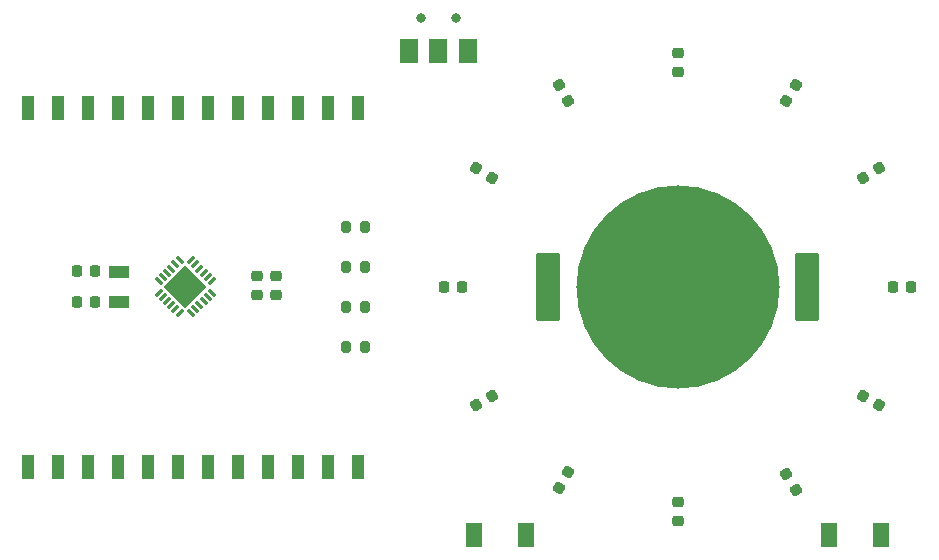
<source format=gbr>
%TF.GenerationSoftware,KiCad,Pcbnew,(6.0.11-0)*%
%TF.CreationDate,2024-05-30T12:09:29+08:00*%
%TF.ProjectId,tinyAVR-business-card,74696e79-4156-4522-9d62-7573696e6573,rev?*%
%TF.SameCoordinates,Original*%
%TF.FileFunction,Soldermask,Top*%
%TF.FilePolarity,Negative*%
%FSLAX46Y46*%
G04 Gerber Fmt 4.6, Leading zero omitted, Abs format (unit mm)*
G04 Created by KiCad (PCBNEW (6.0.11-0)) date 2024-05-30 12:09:29*
%MOMM*%
%LPD*%
G01*
G04 APERTURE LIST*
G04 Aperture macros list*
%AMRoundRect*
0 Rectangle with rounded corners*
0 $1 Rounding radius*
0 $2 $3 $4 $5 $6 $7 $8 $9 X,Y pos of 4 corners*
0 Add a 4 corners polygon primitive as box body*
4,1,4,$2,$3,$4,$5,$6,$7,$8,$9,$2,$3,0*
0 Add four circle primitives for the rounded corners*
1,1,$1+$1,$2,$3*
1,1,$1+$1,$4,$5*
1,1,$1+$1,$6,$7*
1,1,$1+$1,$8,$9*
0 Add four rect primitives between the rounded corners*
20,1,$1+$1,$2,$3,$4,$5,0*
20,1,$1+$1,$4,$5,$6,$7,0*
20,1,$1+$1,$6,$7,$8,$9,0*
20,1,$1+$1,$8,$9,$2,$3,0*%
%AMRotRect*
0 Rectangle, with rotation*
0 The origin of the aperture is its center*
0 $1 length*
0 $2 width*
0 $3 Rotation angle, in degrees counterclockwise*
0 Add horizontal line*
21,1,$1,$2,0,0,$3*%
G04 Aperture macros list end*
%ADD10RoundRect,0.218750X-0.317568X-0.112544X0.061318X-0.331294X0.317568X0.112544X-0.061318X0.331294X0*%
%ADD11R,1.350000X2.000000*%
%ADD12RoundRect,0.062500X0.203293X0.291682X-0.291682X-0.203293X-0.203293X-0.291682X0.291682X0.203293X0*%
%ADD13RoundRect,0.062500X-0.203293X0.291682X-0.291682X0.203293X0.203293X-0.291682X0.291682X-0.203293X0*%
%ADD14RotRect,2.600000X2.600000X225.000000*%
%ADD15RoundRect,0.225000X-0.250000X0.225000X-0.250000X-0.225000X0.250000X-0.225000X0.250000X0.225000X0*%
%ADD16RoundRect,0.200000X-0.200000X-0.275000X0.200000X-0.275000X0.200000X0.275000X-0.200000X0.275000X0*%
%ADD17RoundRect,0.218750X0.331294X-0.061318X0.112544X0.317568X-0.331294X0.061318X-0.112544X-0.317568X0*%
%ADD18R,1.000000X2.000000*%
%ADD19RoundRect,0.218750X-0.256250X0.218750X-0.256250X-0.218750X0.256250X-0.218750X0.256250X0.218750X0*%
%ADD20RoundRect,0.225000X0.225000X0.250000X-0.225000X0.250000X-0.225000X-0.250000X0.225000X-0.250000X0*%
%ADD21RoundRect,0.218750X-0.218750X-0.256250X0.218750X-0.256250X0.218750X0.256250X-0.218750X0.256250X0*%
%ADD22RoundRect,0.218750X0.061318X0.331294X-0.317568X0.112544X-0.061318X-0.331294X0.317568X-0.112544X0*%
%ADD23RoundRect,0.218750X0.112544X-0.317568X0.331294X0.061318X-0.112544X0.317568X-0.331294X-0.061318X0*%
%ADD24RoundRect,0.218750X0.317568X0.112544X-0.061318X0.331294X-0.317568X-0.112544X0.061318X-0.331294X0*%
%ADD25R,1.800000X1.000000*%
%ADD26C,17.204000*%
%ADD27RoundRect,0.102000X0.875000X2.800000X-0.875000X2.800000X-0.875000X-2.800000X0.875000X-2.800000X0*%
%ADD28RoundRect,0.218750X-0.112544X0.317568X-0.331294X-0.061318X0.112544X-0.317568X0.331294X0.061318X0*%
%ADD29RoundRect,0.218750X-0.331294X0.061318X-0.112544X-0.317568X0.331294X-0.061318X0.112544X0.317568X0*%
%ADD30C,0.800000*%
%ADD31R,1.500000X2.000000*%
%ADD32RoundRect,0.218750X-0.061318X-0.331294X0.317568X-0.112544X0.061318X0.331294X-0.317568X0.112544X0*%
%ADD33RoundRect,0.218750X0.218750X0.256250X-0.218750X0.256250X-0.218750X-0.256250X0.218750X-0.256250X0*%
%ADD34RoundRect,0.218750X0.256250X-0.218750X0.256250X0.218750X-0.256250X0.218750X-0.256250X-0.218750X0*%
G04 APERTURE END LIST*
D10*
%TO.C,D10*%
X130943005Y-76972250D03*
X132306995Y-77759750D03*
%TD*%
D11*
%TO.C,SW1*%
X135200000Y-108000000D03*
X130800000Y-108000000D03*
%TD*%
D12*
%TO.C,U1*%
X108578903Y-86513864D03*
X108225349Y-86160311D03*
X107871796Y-85806757D03*
X107518243Y-85453204D03*
X107164689Y-85099651D03*
X106811136Y-84746097D03*
D13*
X105838864Y-84746097D03*
X105485311Y-85099651D03*
X105131757Y-85453204D03*
X104778204Y-85806757D03*
X104424651Y-86160311D03*
X104071097Y-86513864D03*
D12*
X104071097Y-87486136D03*
X104424651Y-87839689D03*
X104778204Y-88193243D03*
X105131757Y-88546796D03*
X105485311Y-88900349D03*
X105838864Y-89253903D03*
D13*
X106811136Y-89253903D03*
X107164689Y-88900349D03*
X107518243Y-88546796D03*
X107871796Y-88193243D03*
X108225349Y-87839689D03*
X108578903Y-87486136D03*
D14*
X106325000Y-87000000D03*
%TD*%
D15*
%TO.C,C4*%
X114000000Y-86125000D03*
X114000000Y-87675000D03*
%TD*%
D16*
%TO.C,R4*%
X119925000Y-81900000D03*
X121575000Y-81900000D03*
%TD*%
D17*
%TO.C,D11*%
X138753750Y-71301995D03*
X137966250Y-69938005D03*
%TD*%
D16*
%TO.C,R2*%
X119925000Y-88700000D03*
X121575000Y-88700000D03*
%TD*%
D18*
%TO.C,J1*%
X120970000Y-71842500D03*
X118430000Y-71842500D03*
X115890000Y-71842500D03*
X113350000Y-71842500D03*
X110810000Y-71842500D03*
X108270000Y-71842500D03*
X105730000Y-71842500D03*
X103190000Y-71842500D03*
X100650000Y-71842500D03*
X98110000Y-71842500D03*
X95570000Y-71842500D03*
X93030000Y-71842500D03*
%TD*%
D16*
%TO.C,R3*%
X119925000Y-85300000D03*
X121575000Y-85300000D03*
%TD*%
%TO.C,R1*%
X119925000Y-92100000D03*
X121575000Y-92100000D03*
%TD*%
D19*
%TO.C,D12*%
X148000000Y-67212500D03*
X148000000Y-68787500D03*
%TD*%
D20*
%TO.C,C1*%
X98675000Y-88250000D03*
X97125000Y-88250000D03*
%TD*%
D21*
%TO.C,D3*%
X166212500Y-87000000D03*
X167787500Y-87000000D03*
%TD*%
D22*
%TO.C,D2*%
X165051995Y-76966250D03*
X163688005Y-77753750D03*
%TD*%
D23*
%TO.C,D1*%
X157206250Y-71281995D03*
X157993750Y-69918005D03*
%TD*%
D11*
%TO.C,SW2*%
X165200000Y-108000000D03*
X160800000Y-108000000D03*
%TD*%
D24*
%TO.C,D4*%
X165051995Y-97023750D03*
X163688005Y-96236250D03*
%TD*%
D25*
%TO.C,Y1*%
X100700000Y-88250000D03*
X100700000Y-85750000D03*
%TD*%
D26*
%TO.C,BT1*%
X148000000Y-87000000D03*
D27*
X159000000Y-87000000D03*
X137000000Y-87000000D03*
%TD*%
D28*
%TO.C,D7*%
X138763750Y-102688005D03*
X137976250Y-104051995D03*
%TD*%
D29*
%TO.C,D5*%
X157206250Y-102818005D03*
X157993750Y-104181995D03*
%TD*%
D30*
%TO.C,SW3*%
X129250000Y-64250000D03*
X126250000Y-64250000D03*
D31*
X130250000Y-67000000D03*
X127750000Y-67000000D03*
X125250000Y-67000000D03*
%TD*%
D15*
%TO.C,C3*%
X112400000Y-86125000D03*
X112400000Y-87675000D03*
%TD*%
D32*
%TO.C,D8*%
X130938005Y-97023750D03*
X132301995Y-96236250D03*
%TD*%
D33*
%TO.C,D9*%
X129787500Y-87000000D03*
X128212500Y-87000000D03*
%TD*%
D18*
%TO.C,J2*%
X93030000Y-102257500D03*
X95570000Y-102257500D03*
X98110000Y-102257500D03*
X100650000Y-102257500D03*
X103190000Y-102257500D03*
X105730000Y-102257500D03*
X108270000Y-102257500D03*
X110810000Y-102257500D03*
X113350000Y-102257500D03*
X115890000Y-102257500D03*
X118430000Y-102257500D03*
X120970000Y-102257500D03*
%TD*%
D34*
%TO.C,D6*%
X148000000Y-106787500D03*
X148000000Y-105212500D03*
%TD*%
D20*
%TO.C,C2*%
X98675000Y-85650000D03*
X97125000Y-85650000D03*
%TD*%
M02*

</source>
